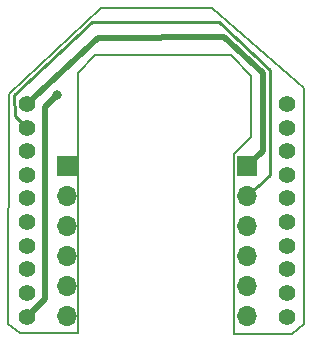
<source format=gbl>
G04 #@! TF.GenerationSoftware,KiCad,Pcbnew,7.99.0-unknown-556120554e~172~ubuntu22.04.1*
G04 #@! TF.CreationDate,2023-08-17T23:45:12+09:00*
G04 #@! TF.ProjectId,bGeigieCast V1.6.0(StampS3),62476569-6769-4654-9361-73742056312e,rev?*
G04 #@! TF.SameCoordinates,Original*
G04 #@! TF.FileFunction,Copper,L2,Bot*
G04 #@! TF.FilePolarity,Positive*
%FSLAX46Y46*%
G04 Gerber Fmt 4.6, Leading zero omitted, Abs format (unit mm)*
G04 Created by KiCad (PCBNEW 7.99.0-unknown-556120554e~172~ubuntu22.04.1) date 2023-08-17 23:45:12*
%MOMM*%
%LPD*%
G01*
G04 APERTURE LIST*
G04 #@! TA.AperFunction,ComponentPad*
%ADD10C,1.400000*%
G04 #@! TD*
G04 #@! TA.AperFunction,ComponentPad*
%ADD11R,1.700000X1.700000*%
G04 #@! TD*
G04 #@! TA.AperFunction,ComponentPad*
%ADD12O,1.700000X1.700000*%
G04 #@! TD*
G04 #@! TA.AperFunction,ViaPad*
%ADD13C,0.800000*%
G04 #@! TD*
G04 #@! TA.AperFunction,Conductor*
%ADD14C,0.500000*%
G04 #@! TD*
G04 #@! TA.AperFunction,Conductor*
%ADD15C,0.250000*%
G04 #@! TD*
G04 #@! TA.AperFunction,Profile*
%ADD16C,0.150000*%
G04 #@! TD*
G04 APERTURE END LIST*
D10*
X137400000Y-99350000D03*
X137400000Y-101350000D03*
X137400000Y-103350000D03*
X137400000Y-105350000D03*
X137400000Y-107350000D03*
X137400000Y-109350000D03*
X137400000Y-111350000D03*
X137400000Y-113350000D03*
X137400000Y-115350000D03*
X137400000Y-117350000D03*
X159400000Y-117350000D03*
X159400000Y-115350000D03*
X159400000Y-113350000D03*
X159400000Y-111350000D03*
X159400000Y-109350000D03*
X159400000Y-107350000D03*
X159400000Y-105350000D03*
X159400000Y-103350000D03*
X159400000Y-101350000D03*
X159400000Y-99350000D03*
D11*
X140796000Y-104592000D03*
D12*
X140796000Y-107132000D03*
X140796000Y-109672000D03*
X140796000Y-112212000D03*
X140796000Y-114752000D03*
X140796000Y-117292000D03*
D11*
X156050000Y-104592000D03*
D12*
X156050000Y-107132000D03*
X156050000Y-109672000D03*
X156050000Y-112212000D03*
X156050000Y-114752000D03*
X156050000Y-117292000D03*
D13*
X139987000Y-98623000D03*
D14*
X137400000Y-117350000D02*
X138971000Y-115895000D01*
X138971000Y-115895000D02*
X138971000Y-99639000D01*
X138971000Y-99639000D02*
X139987000Y-98623000D01*
D15*
X153703000Y-92400000D02*
X142908000Y-92400000D01*
X158021000Y-105354000D02*
X158021000Y-96464000D01*
X136304000Y-98623000D02*
X136375000Y-100325000D01*
X156050000Y-107132000D02*
X158021000Y-105354000D01*
X158021000Y-96464000D02*
X153703000Y-92400000D01*
X142908000Y-92400000D02*
X136304000Y-98623000D01*
X136375000Y-100325000D02*
X137400000Y-101350000D01*
D14*
X157386000Y-103322000D02*
X156050000Y-104592000D01*
X143416000Y-93797000D02*
X154084000Y-93670000D01*
X137400000Y-99350000D02*
X143416000Y-93797000D01*
X154084000Y-93670000D02*
X157386000Y-96718000D01*
X157386000Y-96718000D02*
X157386000Y-103322000D01*
D16*
X135836040Y-117988000D02*
X136850000Y-118750000D01*
X135923000Y-98496000D02*
X135836040Y-117988000D01*
X141765000Y-118741000D02*
X136850000Y-118750000D01*
X159832000Y-118816000D02*
X154973000Y-118816000D01*
X160850000Y-117950000D02*
X160866000Y-97996000D01*
X143670000Y-91257000D02*
X135923000Y-98496000D01*
X160850000Y-117950000D02*
X159832000Y-118816000D01*
X141765000Y-96718000D02*
X141765000Y-118741000D01*
X156360127Y-102138500D02*
X154973000Y-103576000D01*
X154719000Y-95194000D02*
X156370000Y-96972000D01*
X154973000Y-103576000D02*
X154973000Y-118816000D01*
X153068000Y-91257000D02*
X143670000Y-91257000D01*
X143162000Y-95194000D02*
X141765000Y-96718000D01*
X154719000Y-95194000D02*
X143162000Y-95194000D01*
X156379872Y-96972000D02*
X156360127Y-102138500D01*
X153068000Y-91257000D02*
X160866000Y-97996000D01*
M02*

</source>
